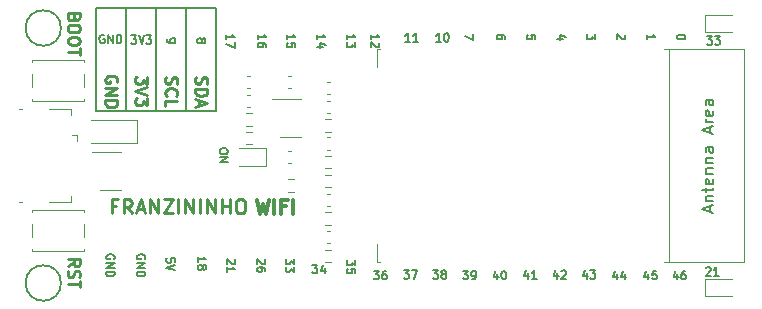
<source format=gto>
G04 #@! TF.GenerationSoftware,KiCad,Pcbnew,5.1.10-88a1d61d58~90~ubuntu21.04.1*
G04 #@! TF.CreationDate,2021-10-18T14:01:32-03:00*
G04 #@! TF.ProjectId,Franzininho WIFI,4672616e-7a69-46e6-996e-686f20574946,rev?*
G04 #@! TF.SameCoordinates,Original*
G04 #@! TF.FileFunction,Legend,Top*
G04 #@! TF.FilePolarity,Positive*
%FSLAX46Y46*%
G04 Gerber Fmt 4.6, Leading zero omitted, Abs format (unit mm)*
G04 Created by KiCad (PCBNEW 5.1.10-88a1d61d58~90~ubuntu21.04.1) date 2021-10-18 14:01:32*
%MOMM*%
%LPD*%
G01*
G04 APERTURE LIST*
%ADD10C,0.175000*%
%ADD11C,0.150000*%
%ADD12C,0.250000*%
%ADD13C,0.300000*%
%ADD14C,0.120000*%
G04 APERTURE END LIST*
D10*
X130250583Y-95217500D02*
X130183916Y-95184166D01*
X130083916Y-95184166D01*
X129983916Y-95217500D01*
X129917250Y-95284166D01*
X129883916Y-95350833D01*
X129850583Y-95484166D01*
X129850583Y-95584166D01*
X129883916Y-95717500D01*
X129917250Y-95784166D01*
X129983916Y-95850833D01*
X130083916Y-95884166D01*
X130150583Y-95884166D01*
X130250583Y-95850833D01*
X130283916Y-95817500D01*
X130283916Y-95584166D01*
X130150583Y-95584166D01*
X130583916Y-95884166D02*
X130583916Y-95184166D01*
X130983916Y-95884166D01*
X130983916Y-95184166D01*
X131317250Y-95884166D02*
X131317250Y-95184166D01*
X131483916Y-95184166D01*
X131583916Y-95217500D01*
X131650583Y-95284166D01*
X131683916Y-95350833D01*
X131717250Y-95484166D01*
X131717250Y-95584166D01*
X131683916Y-95717500D01*
X131650583Y-95784166D01*
X131583916Y-95850833D01*
X131483916Y-95884166D01*
X131317250Y-95884166D01*
X132547750Y-95247666D02*
X132981083Y-95247666D01*
X132747750Y-95514333D01*
X132847750Y-95514333D01*
X132914416Y-95547666D01*
X132947750Y-95581000D01*
X132981083Y-95647666D01*
X132981083Y-95814333D01*
X132947750Y-95881000D01*
X132914416Y-95914333D01*
X132847750Y-95947666D01*
X132647750Y-95947666D01*
X132581083Y-95914333D01*
X132547750Y-95881000D01*
X133181083Y-95247666D02*
X133414416Y-95947666D01*
X133647750Y-95247666D01*
X133814416Y-95247666D02*
X134247750Y-95247666D01*
X134014416Y-95514333D01*
X134114416Y-95514333D01*
X134181083Y-95547666D01*
X134214416Y-95581000D01*
X134247750Y-95647666D01*
X134247750Y-95814333D01*
X134214416Y-95881000D01*
X134181083Y-95914333D01*
X134114416Y-95947666D01*
X133914416Y-95947666D01*
X133847750Y-95914333D01*
X133814416Y-95881000D01*
D11*
X181297333Y-95311166D02*
X181730666Y-95311166D01*
X181497333Y-95577833D01*
X181597333Y-95577833D01*
X181664000Y-95611166D01*
X181697333Y-95644500D01*
X181730666Y-95711166D01*
X181730666Y-95877833D01*
X181697333Y-95944500D01*
X181664000Y-95977833D01*
X181597333Y-96011166D01*
X181397333Y-96011166D01*
X181330666Y-95977833D01*
X181297333Y-95944500D01*
X181964000Y-95311166D02*
X182397333Y-95311166D01*
X182164000Y-95577833D01*
X182264000Y-95577833D01*
X182330666Y-95611166D01*
X182364000Y-95644500D01*
X182397333Y-95711166D01*
X182397333Y-95877833D01*
X182364000Y-95944500D01*
X182330666Y-95977833D01*
X182264000Y-96011166D01*
X182064000Y-96011166D01*
X181997333Y-95977833D01*
X181964000Y-95944500D01*
X181203666Y-114935833D02*
X181237000Y-114902500D01*
X181303666Y-114869166D01*
X181470333Y-114869166D01*
X181537000Y-114902500D01*
X181570333Y-114935833D01*
X181603666Y-115002500D01*
X181603666Y-115069166D01*
X181570333Y-115169166D01*
X181170333Y-115569166D01*
X181603666Y-115569166D01*
X182270333Y-115569166D02*
X181870333Y-115569166D01*
X182070333Y-115569166D02*
X182070333Y-114869166D01*
X182003666Y-114969166D01*
X181937000Y-115035833D01*
X181870333Y-115069166D01*
X140718333Y-104976666D02*
X140718333Y-105110000D01*
X140685000Y-105176666D01*
X140618333Y-105243333D01*
X140485000Y-105276666D01*
X140251666Y-105276666D01*
X140118333Y-105243333D01*
X140051666Y-105176666D01*
X140018333Y-105110000D01*
X140018333Y-104976666D01*
X140051666Y-104910000D01*
X140118333Y-104843333D01*
X140251666Y-104810000D01*
X140485000Y-104810000D01*
X140618333Y-104843333D01*
X140685000Y-104910000D01*
X140718333Y-104976666D01*
X140018333Y-105576666D02*
X140718333Y-105576666D01*
X140018333Y-105976666D01*
X140718333Y-105976666D01*
D12*
X127706428Y-93706785D02*
X127658809Y-93849642D01*
X127611190Y-93897261D01*
X127515952Y-93944880D01*
X127373095Y-93944880D01*
X127277857Y-93897261D01*
X127230238Y-93849642D01*
X127182619Y-93754404D01*
X127182619Y-93373452D01*
X128182619Y-93373452D01*
X128182619Y-93706785D01*
X128135000Y-93802023D01*
X128087380Y-93849642D01*
X127992142Y-93897261D01*
X127896904Y-93897261D01*
X127801666Y-93849642D01*
X127754047Y-93802023D01*
X127706428Y-93706785D01*
X127706428Y-93373452D01*
X128182619Y-94563928D02*
X128182619Y-94754404D01*
X128135000Y-94849642D01*
X128039761Y-94944880D01*
X127849285Y-94992500D01*
X127515952Y-94992500D01*
X127325476Y-94944880D01*
X127230238Y-94849642D01*
X127182619Y-94754404D01*
X127182619Y-94563928D01*
X127230238Y-94468690D01*
X127325476Y-94373452D01*
X127515952Y-94325833D01*
X127849285Y-94325833D01*
X128039761Y-94373452D01*
X128135000Y-94468690D01*
X128182619Y-94563928D01*
X128182619Y-95611547D02*
X128182619Y-95802023D01*
X128135000Y-95897261D01*
X128039761Y-95992500D01*
X127849285Y-96040119D01*
X127515952Y-96040119D01*
X127325476Y-95992500D01*
X127230238Y-95897261D01*
X127182619Y-95802023D01*
X127182619Y-95611547D01*
X127230238Y-95516309D01*
X127325476Y-95421071D01*
X127515952Y-95373452D01*
X127849285Y-95373452D01*
X128039761Y-95421071D01*
X128135000Y-95516309D01*
X128182619Y-95611547D01*
X128182619Y-96325833D02*
X128182619Y-96897261D01*
X127182619Y-96611547D02*
X128182619Y-96611547D01*
D11*
X137160000Y-98425000D02*
X137160000Y-101600000D01*
X134620000Y-98425000D02*
X134620000Y-101600000D01*
X132080000Y-98485000D02*
X132080000Y-101600000D01*
X129540000Y-92900500D02*
X139700000Y-92900500D01*
X129540000Y-101600000D02*
X129540000Y-92900500D01*
X139700000Y-101600000D02*
X129540000Y-101600000D01*
X139700000Y-98425000D02*
X139700000Y-101600000D01*
D10*
X133700000Y-114173750D02*
X133733333Y-114107083D01*
X133733333Y-114007083D01*
X133700000Y-113907083D01*
X133633333Y-113840416D01*
X133566666Y-113807083D01*
X133433333Y-113773750D01*
X133333333Y-113773750D01*
X133200000Y-113807083D01*
X133133333Y-113840416D01*
X133066666Y-113907083D01*
X133033333Y-114007083D01*
X133033333Y-114073750D01*
X133066666Y-114173750D01*
X133100000Y-114207083D01*
X133333333Y-114207083D01*
X133333333Y-114073750D01*
X133033333Y-114507083D02*
X133733333Y-114507083D01*
X133033333Y-114907083D01*
X133733333Y-114907083D01*
X133033333Y-115240416D02*
X133733333Y-115240416D01*
X133733333Y-115407083D01*
X133700000Y-115507083D01*
X133633333Y-115573750D01*
X133566666Y-115607083D01*
X133433333Y-115640416D01*
X133333333Y-115640416D01*
X133200000Y-115607083D01*
X133133333Y-115573750D01*
X133066666Y-115507083D01*
X133033333Y-115407083D01*
X133033333Y-115240416D01*
D12*
X138025238Y-98777976D02*
X137977619Y-98920833D01*
X137977619Y-99158928D01*
X138025238Y-99254166D01*
X138072857Y-99301785D01*
X138168095Y-99349404D01*
X138263333Y-99349404D01*
X138358571Y-99301785D01*
X138406190Y-99254166D01*
X138453809Y-99158928D01*
X138501428Y-98968452D01*
X138549047Y-98873214D01*
X138596666Y-98825595D01*
X138691904Y-98777976D01*
X138787142Y-98777976D01*
X138882380Y-98825595D01*
X138930000Y-98873214D01*
X138977619Y-98968452D01*
X138977619Y-99206547D01*
X138930000Y-99349404D01*
X137977619Y-99777976D02*
X138977619Y-99777976D01*
X138977619Y-100016071D01*
X138930000Y-100158928D01*
X138834761Y-100254166D01*
X138739523Y-100301785D01*
X138549047Y-100349404D01*
X138406190Y-100349404D01*
X138215714Y-100301785D01*
X138120476Y-100254166D01*
X138025238Y-100158928D01*
X137977619Y-100016071D01*
X137977619Y-99777976D01*
X138263333Y-100730357D02*
X138263333Y-101206547D01*
X137977619Y-100635119D02*
X138977619Y-100968452D01*
X137977619Y-101301785D01*
X135485238Y-98777976D02*
X135437619Y-98920833D01*
X135437619Y-99158928D01*
X135485238Y-99254166D01*
X135532857Y-99301785D01*
X135628095Y-99349404D01*
X135723333Y-99349404D01*
X135818571Y-99301785D01*
X135866190Y-99254166D01*
X135913809Y-99158928D01*
X135961428Y-98968452D01*
X136009047Y-98873214D01*
X136056666Y-98825595D01*
X136151904Y-98777976D01*
X136247142Y-98777976D01*
X136342380Y-98825595D01*
X136390000Y-98873214D01*
X136437619Y-98968452D01*
X136437619Y-99206547D01*
X136390000Y-99349404D01*
X135532857Y-100349404D02*
X135485238Y-100301785D01*
X135437619Y-100158928D01*
X135437619Y-100063690D01*
X135485238Y-99920833D01*
X135580476Y-99825595D01*
X135675714Y-99777976D01*
X135866190Y-99730357D01*
X136009047Y-99730357D01*
X136199523Y-99777976D01*
X136294761Y-99825595D01*
X136390000Y-99920833D01*
X136437619Y-100063690D01*
X136437619Y-100158928D01*
X136390000Y-100301785D01*
X136342380Y-100349404D01*
X135437619Y-101254166D02*
X135437619Y-100777976D01*
X136437619Y-100777976D01*
D11*
X137160000Y-92900500D02*
X137160000Y-98425000D01*
X134620000Y-92900500D02*
X134620000Y-98425000D01*
X132080000Y-92900500D02*
X132080000Y-98485000D01*
X139700000Y-92900500D02*
X139700000Y-98425000D01*
X126595000Y-116205000D02*
G75*
G03*
X126595000Y-116205000I-1500000J0D01*
G01*
X126595000Y-94615000D02*
G75*
G03*
X126595000Y-94615000I-1500000J0D01*
G01*
D12*
X127182619Y-114772738D02*
X127658809Y-114439404D01*
X127182619Y-114201309D02*
X128182619Y-114201309D01*
X128182619Y-114582261D01*
X128135000Y-114677500D01*
X128087380Y-114725119D01*
X127992142Y-114772738D01*
X127849285Y-114772738D01*
X127754047Y-114725119D01*
X127706428Y-114677500D01*
X127658809Y-114582261D01*
X127658809Y-114201309D01*
X127230238Y-115153690D02*
X127182619Y-115296547D01*
X127182619Y-115534642D01*
X127230238Y-115629880D01*
X127277857Y-115677500D01*
X127373095Y-115725119D01*
X127468333Y-115725119D01*
X127563571Y-115677500D01*
X127611190Y-115629880D01*
X127658809Y-115534642D01*
X127706428Y-115344166D01*
X127754047Y-115248928D01*
X127801666Y-115201309D01*
X127896904Y-115153690D01*
X127992142Y-115153690D01*
X128087380Y-115201309D01*
X128135000Y-115248928D01*
X128182619Y-115344166D01*
X128182619Y-115582261D01*
X128135000Y-115725119D01*
X128182619Y-116010833D02*
X128182619Y-116582261D01*
X127182619Y-116296547D02*
X128182619Y-116296547D01*
D10*
X136209833Y-114435583D02*
X136209833Y-114102250D01*
X135876500Y-114068916D01*
X135909833Y-114102250D01*
X135943166Y-114168916D01*
X135943166Y-114335583D01*
X135909833Y-114402250D01*
X135876500Y-114435583D01*
X135809833Y-114468916D01*
X135643166Y-114468916D01*
X135576500Y-114435583D01*
X135543166Y-114402250D01*
X135509833Y-114335583D01*
X135509833Y-114168916D01*
X135543166Y-114102250D01*
X135576500Y-114068916D01*
X136209833Y-114668916D02*
X135509833Y-114902250D01*
X136209833Y-115135583D01*
X131096500Y-114173750D02*
X131129833Y-114107083D01*
X131129833Y-114007083D01*
X131096500Y-113907083D01*
X131029833Y-113840416D01*
X130963166Y-113807083D01*
X130829833Y-113773750D01*
X130729833Y-113773750D01*
X130596500Y-113807083D01*
X130529833Y-113840416D01*
X130463166Y-113907083D01*
X130429833Y-114007083D01*
X130429833Y-114073750D01*
X130463166Y-114173750D01*
X130496500Y-114207083D01*
X130729833Y-114207083D01*
X130729833Y-114073750D01*
X130429833Y-114507083D02*
X131129833Y-114507083D01*
X130429833Y-114907083D01*
X131129833Y-114907083D01*
X130429833Y-115240416D02*
X131129833Y-115240416D01*
X131129833Y-115407083D01*
X131096500Y-115507083D01*
X131029833Y-115573750D01*
X130963166Y-115607083D01*
X130829833Y-115640416D01*
X130729833Y-115640416D01*
X130596500Y-115607083D01*
X130529833Y-115573750D01*
X130463166Y-115507083D01*
X130429833Y-115407083D01*
X130429833Y-115240416D01*
X138176833Y-114402250D02*
X138176833Y-114002250D01*
X138176833Y-114202250D02*
X138876833Y-114202250D01*
X138776833Y-114135583D01*
X138710166Y-114068916D01*
X138676833Y-114002250D01*
X138576833Y-114802250D02*
X138610166Y-114735583D01*
X138643500Y-114702250D01*
X138710166Y-114668916D01*
X138743500Y-114668916D01*
X138810166Y-114702250D01*
X138843500Y-114735583D01*
X138876833Y-114802250D01*
X138876833Y-114935583D01*
X138843500Y-115002250D01*
X138810166Y-115035583D01*
X138743500Y-115068916D01*
X138710166Y-115068916D01*
X138643500Y-115035583D01*
X138610166Y-115002250D01*
X138576833Y-114935583D01*
X138576833Y-114802250D01*
X138543500Y-114735583D01*
X138510166Y-114702250D01*
X138443500Y-114668916D01*
X138310166Y-114668916D01*
X138243500Y-114702250D01*
X138210166Y-114735583D01*
X138176833Y-114802250D01*
X138176833Y-114935583D01*
X138210166Y-115002250D01*
X138243500Y-115035583D01*
X138310166Y-115068916D01*
X138443500Y-115068916D01*
X138510166Y-115035583D01*
X138543500Y-115002250D01*
X138576833Y-114935583D01*
X141286666Y-114192750D02*
X141320000Y-114226083D01*
X141353333Y-114292750D01*
X141353333Y-114459416D01*
X141320000Y-114526083D01*
X141286666Y-114559416D01*
X141220000Y-114592750D01*
X141153333Y-114592750D01*
X141053333Y-114559416D01*
X140653333Y-114159416D01*
X140653333Y-114592750D01*
X140653333Y-115259416D02*
X140653333Y-114859416D01*
X140653333Y-115059416D02*
X141353333Y-115059416D01*
X141253333Y-114992750D01*
X141186666Y-114926083D01*
X141153333Y-114859416D01*
X143826666Y-114192750D02*
X143860000Y-114226083D01*
X143893333Y-114292750D01*
X143893333Y-114459416D01*
X143860000Y-114526083D01*
X143826666Y-114559416D01*
X143760000Y-114592750D01*
X143693333Y-114592750D01*
X143593333Y-114559416D01*
X143193333Y-114159416D01*
X143193333Y-114592750D01*
X143893333Y-115192750D02*
X143893333Y-115059416D01*
X143860000Y-114992750D01*
X143826666Y-114959416D01*
X143726666Y-114892750D01*
X143593333Y-114859416D01*
X143326666Y-114859416D01*
X143260000Y-114892750D01*
X143226666Y-114926083D01*
X143193333Y-114992750D01*
X143193333Y-115126083D01*
X143226666Y-115192750D01*
X143260000Y-115226083D01*
X143326666Y-115259416D01*
X143493333Y-115259416D01*
X143560000Y-115226083D01*
X143593333Y-115192750D01*
X143626666Y-115126083D01*
X143626666Y-114992750D01*
X143593333Y-114926083D01*
X143560000Y-114892750D01*
X143493333Y-114859416D01*
X146306333Y-114159416D02*
X146306333Y-114592750D01*
X146039666Y-114359416D01*
X146039666Y-114459416D01*
X146006333Y-114526083D01*
X145973000Y-114559416D01*
X145906333Y-114592750D01*
X145739666Y-114592750D01*
X145673000Y-114559416D01*
X145639666Y-114526083D01*
X145606333Y-114459416D01*
X145606333Y-114259416D01*
X145639666Y-114192750D01*
X145673000Y-114159416D01*
X146306333Y-114826083D02*
X146306333Y-115259416D01*
X146039666Y-115026083D01*
X146039666Y-115126083D01*
X146006333Y-115192750D01*
X145973000Y-115226083D01*
X145906333Y-115259416D01*
X145739666Y-115259416D01*
X145673000Y-115226083D01*
X145639666Y-115192750D01*
X145606333Y-115126083D01*
X145606333Y-114926083D01*
X145639666Y-114859416D01*
X145673000Y-114826083D01*
X147877916Y-114678666D02*
X148311250Y-114678666D01*
X148077916Y-114945333D01*
X148177916Y-114945333D01*
X148244583Y-114978666D01*
X148277916Y-115012000D01*
X148311250Y-115078666D01*
X148311250Y-115245333D01*
X148277916Y-115312000D01*
X148244583Y-115345333D01*
X148177916Y-115378666D01*
X147977916Y-115378666D01*
X147911250Y-115345333D01*
X147877916Y-115312000D01*
X148911250Y-114912000D02*
X148911250Y-115378666D01*
X148744583Y-114645333D02*
X148577916Y-115145333D01*
X149011250Y-115145333D01*
X151513333Y-114286416D02*
X151513333Y-114719750D01*
X151246666Y-114486416D01*
X151246666Y-114586416D01*
X151213333Y-114653083D01*
X151180000Y-114686416D01*
X151113333Y-114719750D01*
X150946666Y-114719750D01*
X150880000Y-114686416D01*
X150846666Y-114653083D01*
X150813333Y-114586416D01*
X150813333Y-114386416D01*
X150846666Y-114319750D01*
X150880000Y-114286416D01*
X151513333Y-115353083D02*
X151513333Y-115019750D01*
X151180000Y-114986416D01*
X151213333Y-115019750D01*
X151246666Y-115086416D01*
X151246666Y-115253083D01*
X151213333Y-115319750D01*
X151180000Y-115353083D01*
X151113333Y-115386416D01*
X150946666Y-115386416D01*
X150880000Y-115353083D01*
X150846666Y-115319750D01*
X150813333Y-115253083D01*
X150813333Y-115086416D01*
X150846666Y-115019750D01*
X150880000Y-114986416D01*
X153084916Y-115186666D02*
X153518250Y-115186666D01*
X153284916Y-115453333D01*
X153384916Y-115453333D01*
X153451583Y-115486666D01*
X153484916Y-115520000D01*
X153518250Y-115586666D01*
X153518250Y-115753333D01*
X153484916Y-115820000D01*
X153451583Y-115853333D01*
X153384916Y-115886666D01*
X153184916Y-115886666D01*
X153118250Y-115853333D01*
X153084916Y-115820000D01*
X154118250Y-115186666D02*
X153984916Y-115186666D01*
X153918250Y-115220000D01*
X153884916Y-115253333D01*
X153818250Y-115353333D01*
X153784916Y-115486666D01*
X153784916Y-115753333D01*
X153818250Y-115820000D01*
X153851583Y-115853333D01*
X153918250Y-115886666D01*
X154051583Y-115886666D01*
X154118250Y-115853333D01*
X154151583Y-115820000D01*
X154184916Y-115753333D01*
X154184916Y-115586666D01*
X154151583Y-115520000D01*
X154118250Y-115486666D01*
X154051583Y-115453333D01*
X153918250Y-115453333D01*
X153851583Y-115486666D01*
X153818250Y-115520000D01*
X153784916Y-115586666D01*
X155624916Y-115123166D02*
X156058250Y-115123166D01*
X155824916Y-115389833D01*
X155924916Y-115389833D01*
X155991583Y-115423166D01*
X156024916Y-115456500D01*
X156058250Y-115523166D01*
X156058250Y-115689833D01*
X156024916Y-115756500D01*
X155991583Y-115789833D01*
X155924916Y-115823166D01*
X155724916Y-115823166D01*
X155658250Y-115789833D01*
X155624916Y-115756500D01*
X156291583Y-115123166D02*
X156758250Y-115123166D01*
X156458250Y-115823166D01*
X158101416Y-115123166D02*
X158534750Y-115123166D01*
X158301416Y-115389833D01*
X158401416Y-115389833D01*
X158468083Y-115423166D01*
X158501416Y-115456500D01*
X158534750Y-115523166D01*
X158534750Y-115689833D01*
X158501416Y-115756500D01*
X158468083Y-115789833D01*
X158401416Y-115823166D01*
X158201416Y-115823166D01*
X158134750Y-115789833D01*
X158101416Y-115756500D01*
X158934750Y-115423166D02*
X158868083Y-115389833D01*
X158834750Y-115356500D01*
X158801416Y-115289833D01*
X158801416Y-115256500D01*
X158834750Y-115189833D01*
X158868083Y-115156500D01*
X158934750Y-115123166D01*
X159068083Y-115123166D01*
X159134750Y-115156500D01*
X159168083Y-115189833D01*
X159201416Y-115256500D01*
X159201416Y-115289833D01*
X159168083Y-115356500D01*
X159134750Y-115389833D01*
X159068083Y-115423166D01*
X158934750Y-115423166D01*
X158868083Y-115456500D01*
X158834750Y-115489833D01*
X158801416Y-115556500D01*
X158801416Y-115689833D01*
X158834750Y-115756500D01*
X158868083Y-115789833D01*
X158934750Y-115823166D01*
X159068083Y-115823166D01*
X159134750Y-115789833D01*
X159168083Y-115756500D01*
X159201416Y-115689833D01*
X159201416Y-115556500D01*
X159168083Y-115489833D01*
X159134750Y-115456500D01*
X159068083Y-115423166D01*
X160641416Y-115186666D02*
X161074750Y-115186666D01*
X160841416Y-115453333D01*
X160941416Y-115453333D01*
X161008083Y-115486666D01*
X161041416Y-115520000D01*
X161074750Y-115586666D01*
X161074750Y-115753333D01*
X161041416Y-115820000D01*
X161008083Y-115853333D01*
X160941416Y-115886666D01*
X160741416Y-115886666D01*
X160674750Y-115853333D01*
X160641416Y-115820000D01*
X161408083Y-115886666D02*
X161541416Y-115886666D01*
X161608083Y-115853333D01*
X161641416Y-115820000D01*
X161708083Y-115720000D01*
X161741416Y-115586666D01*
X161741416Y-115320000D01*
X161708083Y-115253333D01*
X161674750Y-115220000D01*
X161608083Y-115186666D01*
X161474750Y-115186666D01*
X161408083Y-115220000D01*
X161374750Y-115253333D01*
X161341416Y-115320000D01*
X161341416Y-115486666D01*
X161374750Y-115553333D01*
X161408083Y-115586666D01*
X161474750Y-115620000D01*
X161608083Y-115620000D01*
X161674750Y-115586666D01*
X161708083Y-115553333D01*
X161741416Y-115486666D01*
X163548083Y-115420000D02*
X163548083Y-115886666D01*
X163381416Y-115153333D02*
X163214750Y-115653333D01*
X163648083Y-115653333D01*
X164048083Y-115186666D02*
X164114750Y-115186666D01*
X164181416Y-115220000D01*
X164214750Y-115253333D01*
X164248083Y-115320000D01*
X164281416Y-115453333D01*
X164281416Y-115620000D01*
X164248083Y-115753333D01*
X164214750Y-115820000D01*
X164181416Y-115853333D01*
X164114750Y-115886666D01*
X164048083Y-115886666D01*
X163981416Y-115853333D01*
X163948083Y-115820000D01*
X163914750Y-115753333D01*
X163881416Y-115620000D01*
X163881416Y-115453333D01*
X163914750Y-115320000D01*
X163948083Y-115253333D01*
X163981416Y-115220000D01*
X164048083Y-115186666D01*
X166151583Y-115356500D02*
X166151583Y-115823166D01*
X165984916Y-115089833D02*
X165818250Y-115589833D01*
X166251583Y-115589833D01*
X166884916Y-115823166D02*
X166484916Y-115823166D01*
X166684916Y-115823166D02*
X166684916Y-115123166D01*
X166618250Y-115223166D01*
X166551583Y-115289833D01*
X166484916Y-115323166D01*
X168628083Y-115356500D02*
X168628083Y-115823166D01*
X168461416Y-115089833D02*
X168294750Y-115589833D01*
X168728083Y-115589833D01*
X168961416Y-115189833D02*
X168994750Y-115156500D01*
X169061416Y-115123166D01*
X169228083Y-115123166D01*
X169294750Y-115156500D01*
X169328083Y-115189833D01*
X169361416Y-115256500D01*
X169361416Y-115323166D01*
X169328083Y-115423166D01*
X168928083Y-115823166D01*
X169361416Y-115823166D01*
X171104583Y-115356500D02*
X171104583Y-115823166D01*
X170937916Y-115089833D02*
X170771250Y-115589833D01*
X171204583Y-115589833D01*
X171404583Y-115123166D02*
X171837916Y-115123166D01*
X171604583Y-115389833D01*
X171704583Y-115389833D01*
X171771250Y-115423166D01*
X171804583Y-115456500D01*
X171837916Y-115523166D01*
X171837916Y-115689833D01*
X171804583Y-115756500D01*
X171771250Y-115789833D01*
X171704583Y-115823166D01*
X171504583Y-115823166D01*
X171437916Y-115789833D01*
X171404583Y-115756500D01*
X173644583Y-115420000D02*
X173644583Y-115886666D01*
X173477916Y-115153333D02*
X173311250Y-115653333D01*
X173744583Y-115653333D01*
X174311250Y-115420000D02*
X174311250Y-115886666D01*
X174144583Y-115153333D02*
X173977916Y-115653333D01*
X174411250Y-115653333D01*
X176311583Y-115420000D02*
X176311583Y-115886666D01*
X176144916Y-115153333D02*
X175978250Y-115653333D01*
X176411583Y-115653333D01*
X177011583Y-115186666D02*
X176678250Y-115186666D01*
X176644916Y-115520000D01*
X176678250Y-115486666D01*
X176744916Y-115453333D01*
X176911583Y-115453333D01*
X176978250Y-115486666D01*
X177011583Y-115520000D01*
X177044916Y-115586666D01*
X177044916Y-115753333D01*
X177011583Y-115820000D01*
X176978250Y-115853333D01*
X176911583Y-115886666D01*
X176744916Y-115886666D01*
X176678250Y-115853333D01*
X176644916Y-115820000D01*
X178788083Y-115420000D02*
X178788083Y-115886666D01*
X178621416Y-115153333D02*
X178454750Y-115653333D01*
X178888083Y-115653333D01*
X179454750Y-115186666D02*
X179321416Y-115186666D01*
X179254750Y-115220000D01*
X179221416Y-115253333D01*
X179154750Y-115353333D01*
X179121416Y-115486666D01*
X179121416Y-115753333D01*
X179154750Y-115820000D01*
X179188083Y-115853333D01*
X179254750Y-115886666D01*
X179388083Y-115886666D01*
X179454750Y-115853333D01*
X179488083Y-115820000D01*
X179521416Y-115753333D01*
X179521416Y-115586666D01*
X179488083Y-115520000D01*
X179454750Y-115486666D01*
X179388083Y-115453333D01*
X179254750Y-115453333D01*
X179188083Y-115486666D01*
X179154750Y-115520000D01*
X179121416Y-115586666D01*
D12*
X133897619Y-98730357D02*
X133897619Y-99349404D01*
X133516666Y-99016071D01*
X133516666Y-99158928D01*
X133469047Y-99254166D01*
X133421428Y-99301785D01*
X133326190Y-99349404D01*
X133088095Y-99349404D01*
X132992857Y-99301785D01*
X132945238Y-99254166D01*
X132897619Y-99158928D01*
X132897619Y-98873214D01*
X132945238Y-98777976D01*
X132992857Y-98730357D01*
X133897619Y-99635119D02*
X132897619Y-99968452D01*
X133897619Y-100301785D01*
X133897619Y-100539880D02*
X133897619Y-101158928D01*
X133516666Y-100825595D01*
X133516666Y-100968452D01*
X133469047Y-101063690D01*
X133421428Y-101111309D01*
X133326190Y-101158928D01*
X133088095Y-101158928D01*
X132992857Y-101111309D01*
X132945238Y-101063690D01*
X132897619Y-100968452D01*
X132897619Y-100682738D01*
X132945238Y-100587500D01*
X132992857Y-100539880D01*
X131310000Y-99222404D02*
X131357619Y-99127166D01*
X131357619Y-98984309D01*
X131310000Y-98841452D01*
X131214761Y-98746214D01*
X131119523Y-98698595D01*
X130929047Y-98650976D01*
X130786190Y-98650976D01*
X130595714Y-98698595D01*
X130500476Y-98746214D01*
X130405238Y-98841452D01*
X130357619Y-98984309D01*
X130357619Y-99079547D01*
X130405238Y-99222404D01*
X130452857Y-99270023D01*
X130786190Y-99270023D01*
X130786190Y-99079547D01*
X130357619Y-99698595D02*
X131357619Y-99698595D01*
X130357619Y-100270023D01*
X131357619Y-100270023D01*
X130357619Y-100746214D02*
X131357619Y-100746214D01*
X131357619Y-100984309D01*
X131310000Y-101127166D01*
X131214761Y-101222404D01*
X131119523Y-101270023D01*
X130929047Y-101317642D01*
X130786190Y-101317642D01*
X130595714Y-101270023D01*
X130500476Y-101222404D01*
X130405238Y-101127166D01*
X130357619Y-100984309D01*
X130357619Y-100746214D01*
D10*
X140589833Y-95579583D02*
X140589833Y-95179583D01*
X140589833Y-95379583D02*
X141289833Y-95379583D01*
X141189833Y-95312916D01*
X141123166Y-95246250D01*
X141089833Y-95179583D01*
X141289833Y-95812916D02*
X141289833Y-96279583D01*
X140589833Y-95979583D01*
X143256833Y-95579583D02*
X143256833Y-95179583D01*
X143256833Y-95379583D02*
X143956833Y-95379583D01*
X143856833Y-95312916D01*
X143790166Y-95246250D01*
X143756833Y-95179583D01*
X143956833Y-96179583D02*
X143956833Y-96046250D01*
X143923500Y-95979583D01*
X143890166Y-95946250D01*
X143790166Y-95879583D01*
X143656833Y-95846250D01*
X143390166Y-95846250D01*
X143323500Y-95879583D01*
X143290166Y-95912916D01*
X143256833Y-95979583D01*
X143256833Y-96112916D01*
X143290166Y-96179583D01*
X143323500Y-96212916D01*
X143390166Y-96246250D01*
X143556833Y-96246250D01*
X143623500Y-96212916D01*
X143656833Y-96179583D01*
X143690166Y-96112916D01*
X143690166Y-95979583D01*
X143656833Y-95912916D01*
X143623500Y-95879583D01*
X143556833Y-95846250D01*
X145733333Y-95579583D02*
X145733333Y-95179583D01*
X145733333Y-95379583D02*
X146433333Y-95379583D01*
X146333333Y-95312916D01*
X146266666Y-95246250D01*
X146233333Y-95179583D01*
X146433333Y-96212916D02*
X146433333Y-95879583D01*
X146100000Y-95846250D01*
X146133333Y-95879583D01*
X146166666Y-95946250D01*
X146166666Y-96112916D01*
X146133333Y-96179583D01*
X146100000Y-96212916D01*
X146033333Y-96246250D01*
X145866666Y-96246250D01*
X145800000Y-96212916D01*
X145766666Y-96179583D01*
X145733333Y-96112916D01*
X145733333Y-95946250D01*
X145766666Y-95879583D01*
X145800000Y-95846250D01*
X148273333Y-95579583D02*
X148273333Y-95179583D01*
X148273333Y-95379583D02*
X148973333Y-95379583D01*
X148873333Y-95312916D01*
X148806666Y-95246250D01*
X148773333Y-95179583D01*
X148740000Y-96179583D02*
X148273333Y-96179583D01*
X149006666Y-96012916D02*
X148506666Y-95846250D01*
X148506666Y-96279583D01*
X150813333Y-95579583D02*
X150813333Y-95179583D01*
X150813333Y-95379583D02*
X151513333Y-95379583D01*
X151413333Y-95312916D01*
X151346666Y-95246250D01*
X151313333Y-95179583D01*
X151513333Y-95812916D02*
X151513333Y-96246250D01*
X151246666Y-96012916D01*
X151246666Y-96112916D01*
X151213333Y-96179583D01*
X151180000Y-96212916D01*
X151113333Y-96246250D01*
X150946666Y-96246250D01*
X150880000Y-96212916D01*
X150846666Y-96179583D01*
X150813333Y-96112916D01*
X150813333Y-95912916D01*
X150846666Y-95846250D01*
X150880000Y-95812916D01*
X152845333Y-95579583D02*
X152845333Y-95179583D01*
X152845333Y-95379583D02*
X153545333Y-95379583D01*
X153445333Y-95312916D01*
X153378666Y-95246250D01*
X153345333Y-95179583D01*
X153478666Y-95846250D02*
X153512000Y-95879583D01*
X153545333Y-95946250D01*
X153545333Y-96112916D01*
X153512000Y-96179583D01*
X153478666Y-96212916D01*
X153412000Y-96246250D01*
X153345333Y-96246250D01*
X153245333Y-96212916D01*
X152845333Y-95812916D01*
X152845333Y-96246250D01*
X156158583Y-95757166D02*
X155758583Y-95757166D01*
X155958583Y-95757166D02*
X155958583Y-95057166D01*
X155891916Y-95157166D01*
X155825250Y-95223833D01*
X155758583Y-95257166D01*
X156825250Y-95757166D02*
X156425250Y-95757166D01*
X156625250Y-95757166D02*
X156625250Y-95057166D01*
X156558583Y-95157166D01*
X156491916Y-95223833D01*
X156425250Y-95257166D01*
X158762083Y-95757166D02*
X158362083Y-95757166D01*
X158562083Y-95757166D02*
X158562083Y-95057166D01*
X158495416Y-95157166D01*
X158428750Y-95223833D01*
X158362083Y-95257166D01*
X159195416Y-95057166D02*
X159262083Y-95057166D01*
X159328750Y-95090500D01*
X159362083Y-95123833D01*
X159395416Y-95190500D01*
X159428750Y-95323833D01*
X159428750Y-95490500D01*
X159395416Y-95623833D01*
X159362083Y-95690500D01*
X159328750Y-95723833D01*
X159262083Y-95757166D01*
X159195416Y-95757166D01*
X159128750Y-95723833D01*
X159095416Y-95690500D01*
X159062083Y-95623833D01*
X159028750Y-95490500D01*
X159028750Y-95323833D01*
X159062083Y-95190500D01*
X159095416Y-95123833D01*
X159128750Y-95090500D01*
X159195416Y-95057166D01*
X135573333Y-95563750D02*
X135573333Y-95697083D01*
X135606666Y-95763750D01*
X135640000Y-95797083D01*
X135740000Y-95863750D01*
X135873333Y-95897083D01*
X136140000Y-95897083D01*
X136206666Y-95863750D01*
X136240000Y-95830416D01*
X136273333Y-95763750D01*
X136273333Y-95630416D01*
X136240000Y-95563750D01*
X136206666Y-95530416D01*
X136140000Y-95497083D01*
X135973333Y-95497083D01*
X135906666Y-95530416D01*
X135873333Y-95563750D01*
X135840000Y-95630416D01*
X135840000Y-95763750D01*
X135873333Y-95830416D01*
X135906666Y-95863750D01*
X135973333Y-95897083D01*
X138513333Y-95630416D02*
X138546666Y-95563750D01*
X138580000Y-95530416D01*
X138646666Y-95497083D01*
X138680000Y-95497083D01*
X138746666Y-95530416D01*
X138780000Y-95563750D01*
X138813333Y-95630416D01*
X138813333Y-95763750D01*
X138780000Y-95830416D01*
X138746666Y-95863750D01*
X138680000Y-95897083D01*
X138646666Y-95897083D01*
X138580000Y-95863750D01*
X138546666Y-95830416D01*
X138513333Y-95763750D01*
X138513333Y-95630416D01*
X138480000Y-95563750D01*
X138446666Y-95530416D01*
X138380000Y-95497083D01*
X138246666Y-95497083D01*
X138180000Y-95530416D01*
X138146666Y-95563750D01*
X138113333Y-95630416D01*
X138113333Y-95763750D01*
X138146666Y-95830416D01*
X138180000Y-95863750D01*
X138246666Y-95897083D01*
X138380000Y-95897083D01*
X138446666Y-95863750D01*
X138480000Y-95830416D01*
X138513333Y-95763750D01*
X161482833Y-95146250D02*
X161482833Y-95612916D01*
X160782833Y-95312916D01*
X164213333Y-95512916D02*
X164213333Y-95379583D01*
X164180000Y-95312916D01*
X164146666Y-95279583D01*
X164046666Y-95212916D01*
X163913333Y-95179583D01*
X163646666Y-95179583D01*
X163580000Y-95212916D01*
X163546666Y-95246250D01*
X163513333Y-95312916D01*
X163513333Y-95446250D01*
X163546666Y-95512916D01*
X163580000Y-95546250D01*
X163646666Y-95579583D01*
X163813333Y-95579583D01*
X163880000Y-95546250D01*
X163913333Y-95512916D01*
X163946666Y-95446250D01*
X163946666Y-95312916D01*
X163913333Y-95246250D01*
X163880000Y-95212916D01*
X163813333Y-95179583D01*
X166753333Y-95546250D02*
X166753333Y-95212916D01*
X166420000Y-95179583D01*
X166453333Y-95212916D01*
X166486666Y-95279583D01*
X166486666Y-95446250D01*
X166453333Y-95512916D01*
X166420000Y-95546250D01*
X166353333Y-95579583D01*
X166186666Y-95579583D01*
X166120000Y-95546250D01*
X166086666Y-95512916D01*
X166053333Y-95446250D01*
X166053333Y-95279583D01*
X166086666Y-95212916D01*
X166120000Y-95179583D01*
X169060000Y-95512916D02*
X168593333Y-95512916D01*
X169326666Y-95346250D02*
X168826666Y-95179583D01*
X168826666Y-95612916D01*
X171833333Y-95146250D02*
X171833333Y-95579583D01*
X171566666Y-95346250D01*
X171566666Y-95446250D01*
X171533333Y-95512916D01*
X171500000Y-95546250D01*
X171433333Y-95579583D01*
X171266666Y-95579583D01*
X171200000Y-95546250D01*
X171166666Y-95512916D01*
X171133333Y-95446250D01*
X171133333Y-95246250D01*
X171166666Y-95179583D01*
X171200000Y-95146250D01*
X174306666Y-95179583D02*
X174340000Y-95212916D01*
X174373333Y-95279583D01*
X174373333Y-95446250D01*
X174340000Y-95512916D01*
X174306666Y-95546250D01*
X174240000Y-95579583D01*
X174173333Y-95579583D01*
X174073333Y-95546250D01*
X173673333Y-95146250D01*
X173673333Y-95579583D01*
X176213333Y-95579583D02*
X176213333Y-95179583D01*
X176213333Y-95379583D02*
X176913333Y-95379583D01*
X176813333Y-95312916D01*
X176746666Y-95246250D01*
X176713333Y-95179583D01*
X179453333Y-95346250D02*
X179453333Y-95412916D01*
X179420000Y-95479583D01*
X179386666Y-95512916D01*
X179320000Y-95546250D01*
X179186666Y-95579583D01*
X179020000Y-95579583D01*
X178886666Y-95546250D01*
X178820000Y-95512916D01*
X178786666Y-95479583D01*
X178753333Y-95412916D01*
X178753333Y-95346250D01*
X178786666Y-95279583D01*
X178820000Y-95246250D01*
X178886666Y-95212916D01*
X179020000Y-95179583D01*
X179186666Y-95179583D01*
X179320000Y-95212916D01*
X179386666Y-95246250D01*
X179420000Y-95279583D01*
X179453333Y-95346250D01*
D13*
X143180000Y-109134357D02*
X143465714Y-110334357D01*
X143694285Y-109477214D01*
X143922857Y-110334357D01*
X144208571Y-109134357D01*
X144665714Y-110334357D02*
X144665714Y-109134357D01*
X145637142Y-109705785D02*
X145237142Y-109705785D01*
X145237142Y-110334357D02*
X145237142Y-109134357D01*
X145808571Y-109134357D01*
X146265714Y-110334357D02*
X146265714Y-109134357D01*
D12*
X131277214Y-109677285D02*
X130877214Y-109677285D01*
X130877214Y-110305857D02*
X130877214Y-109105857D01*
X131448642Y-109105857D01*
X132591500Y-110305857D02*
X132191500Y-109734428D01*
X131905785Y-110305857D02*
X131905785Y-109105857D01*
X132362928Y-109105857D01*
X132477214Y-109163000D01*
X132534357Y-109220142D01*
X132591500Y-109334428D01*
X132591500Y-109505857D01*
X132534357Y-109620142D01*
X132477214Y-109677285D01*
X132362928Y-109734428D01*
X131905785Y-109734428D01*
X133048642Y-109963000D02*
X133620071Y-109963000D01*
X132934357Y-110305857D02*
X133334357Y-109105857D01*
X133734357Y-110305857D01*
X134134357Y-110305857D02*
X134134357Y-109105857D01*
X134820071Y-110305857D01*
X134820071Y-109105857D01*
X135277214Y-109105857D02*
X136077214Y-109105857D01*
X135277214Y-110305857D01*
X136077214Y-110305857D01*
X136534357Y-110305857D02*
X136534357Y-109105857D01*
X137105785Y-110305857D02*
X137105785Y-109105857D01*
X137791500Y-110305857D01*
X137791500Y-109105857D01*
X138362928Y-110305857D02*
X138362928Y-109105857D01*
X138934357Y-110305857D02*
X138934357Y-109105857D01*
X139620071Y-110305857D01*
X139620071Y-109105857D01*
X140191500Y-110305857D02*
X140191500Y-109105857D01*
X140191500Y-109677285D02*
X140877214Y-109677285D01*
X140877214Y-110305857D02*
X140877214Y-109105857D01*
X141677214Y-109105857D02*
X141905785Y-109105857D01*
X142020071Y-109163000D01*
X142134357Y-109277285D01*
X142191500Y-109505857D01*
X142191500Y-109905857D01*
X142134357Y-110134428D01*
X142020071Y-110248714D01*
X141905785Y-110305857D01*
X141677214Y-110305857D01*
X141562928Y-110248714D01*
X141448642Y-110134428D01*
X141391500Y-109905857D01*
X141391500Y-109505857D01*
X141448642Y-109277285D01*
X141562928Y-109163000D01*
X141677214Y-109105857D01*
D14*
X148987742Y-110221500D02*
X149462258Y-110221500D01*
X148987742Y-111266500D02*
X149462258Y-111266500D01*
X149084420Y-111821500D02*
X149365580Y-111821500D01*
X149084420Y-112841500D02*
X149365580Y-112841500D01*
X148987742Y-107046500D02*
X149462258Y-107046500D01*
X148987742Y-108091500D02*
X149462258Y-108091500D01*
X149462258Y-105459000D02*
X148987742Y-105459000D01*
X149462258Y-106504000D02*
X148987742Y-106504000D01*
X178085000Y-114410000D02*
X178085000Y-96410000D01*
X184385000Y-96410000D02*
X184385000Y-114410000D01*
X153635000Y-96410000D02*
X153385000Y-96410000D01*
X153385000Y-96410000D02*
X153385000Y-97910000D01*
X153635000Y-114410000D02*
X153385000Y-114410000D01*
X153385000Y-114410000D02*
X153385000Y-112910000D01*
X177635000Y-114410000D02*
X184385000Y-114410000D01*
X184385000Y-96410000D02*
X177635000Y-96410000D01*
X149084420Y-100772500D02*
X149365580Y-100772500D01*
X149084420Y-101792500D02*
X149365580Y-101792500D01*
X145150000Y-103845000D02*
X146950000Y-103845000D01*
X146950000Y-100625000D02*
X144500000Y-100625000D01*
X127429000Y-101510000D02*
X127429000Y-101960000D01*
X125579000Y-101510000D02*
X127429000Y-101510000D01*
X123029000Y-109310000D02*
X123279000Y-109310000D01*
X123029000Y-101510000D02*
X123279000Y-101510000D01*
X125579000Y-109310000D02*
X127429000Y-109310000D01*
X127429000Y-109310000D02*
X127429000Y-108860000D01*
X127979000Y-103710000D02*
X127979000Y-104160000D01*
X127979000Y-103710000D02*
X127529000Y-103710000D01*
X149084420Y-100205000D02*
X149365580Y-100205000D01*
X149084420Y-99185000D02*
X149365580Y-99185000D01*
X148987742Y-103392500D02*
X149462258Y-103392500D01*
X148987742Y-102347500D02*
X149462258Y-102347500D01*
X142634580Y-101284500D02*
X142353420Y-101284500D01*
X142634580Y-100264500D02*
X142353420Y-100264500D01*
X149084420Y-109666500D02*
X149365580Y-109666500D01*
X149084420Y-108646500D02*
X149365580Y-108646500D01*
X149084420Y-104904000D02*
X149365580Y-104904000D01*
X149084420Y-103884000D02*
X149365580Y-103884000D01*
X141694000Y-106272000D02*
X143979000Y-106272000D01*
X143979000Y-106272000D02*
X143979000Y-104802000D01*
X143979000Y-104802000D02*
X141694000Y-104802000D01*
X142731258Y-104472000D02*
X142256742Y-104472000D01*
X142731258Y-103427000D02*
X142256742Y-103427000D01*
X124165000Y-113340000D02*
X124165000Y-113460000D01*
X124165000Y-111190000D02*
X124165000Y-112330000D01*
X124165000Y-110060000D02*
X124165000Y-110180000D01*
X128565000Y-110060000D02*
X124165000Y-110060000D01*
X128565000Y-110180000D02*
X128565000Y-110060000D01*
X128565000Y-112330000D02*
X128565000Y-111190000D01*
X128565000Y-113460000D02*
X128565000Y-113340000D01*
X124165000Y-113460000D02*
X128565000Y-113460000D01*
X124165000Y-100760000D02*
X128565000Y-100760000D01*
X128565000Y-100760000D02*
X128565000Y-100640000D01*
X128565000Y-99630000D02*
X128565000Y-98490000D01*
X128565000Y-97480000D02*
X128565000Y-97360000D01*
X128565000Y-97360000D02*
X124165000Y-97360000D01*
X124165000Y-97360000D02*
X124165000Y-97480000D01*
X124165000Y-98490000D02*
X124165000Y-99630000D01*
X124165000Y-100640000D02*
X124165000Y-100760000D01*
X142634580Y-99697000D02*
X142353420Y-99697000D01*
X142634580Y-98677000D02*
X142353420Y-98677000D01*
X145782420Y-99697000D02*
X146063580Y-99697000D01*
X145782420Y-98677000D02*
X146063580Y-98677000D01*
X145782420Y-105027000D02*
X146063580Y-105027000D01*
X145782420Y-106047000D02*
X146063580Y-106047000D01*
X142256742Y-101839500D02*
X142731258Y-101839500D01*
X142256742Y-102884500D02*
X142731258Y-102884500D01*
X129910000Y-108290000D02*
X131710000Y-108290000D01*
X131710000Y-105070000D02*
X129260000Y-105070000D01*
X133010000Y-104378000D02*
X133010000Y-102378000D01*
X133010000Y-102378000D02*
X129160000Y-102378000D01*
X133010000Y-104378000D02*
X129160000Y-104378000D01*
X149462258Y-114441500D02*
X148987742Y-114441500D01*
X149462258Y-113396500D02*
X148987742Y-113396500D01*
X146287258Y-107427500D02*
X145812742Y-107427500D01*
X146287258Y-108472500D02*
X145812742Y-108472500D01*
X181141000Y-117321000D02*
X183426000Y-117321000D01*
X181141000Y-115851000D02*
X181141000Y-117321000D01*
X183426000Y-115851000D02*
X181141000Y-115851000D01*
X183426000Y-93499000D02*
X181141000Y-93499000D01*
X181141000Y-93499000D02*
X181141000Y-94969000D01*
X181141000Y-94969000D02*
X183426000Y-94969000D01*
D11*
X181551666Y-110171904D02*
X181551666Y-109695714D01*
X181837380Y-110267142D02*
X180837380Y-109933809D01*
X181837380Y-109600476D01*
X181170714Y-109267142D02*
X181837380Y-109267142D01*
X181265952Y-109267142D02*
X181218333Y-109219523D01*
X181170714Y-109124285D01*
X181170714Y-108981428D01*
X181218333Y-108886190D01*
X181313571Y-108838571D01*
X181837380Y-108838571D01*
X181170714Y-108505238D02*
X181170714Y-108124285D01*
X180837380Y-108362380D02*
X181694523Y-108362380D01*
X181789761Y-108314761D01*
X181837380Y-108219523D01*
X181837380Y-108124285D01*
X181789761Y-107410000D02*
X181837380Y-107505238D01*
X181837380Y-107695714D01*
X181789761Y-107790952D01*
X181694523Y-107838571D01*
X181313571Y-107838571D01*
X181218333Y-107790952D01*
X181170714Y-107695714D01*
X181170714Y-107505238D01*
X181218333Y-107410000D01*
X181313571Y-107362380D01*
X181408809Y-107362380D01*
X181504047Y-107838571D01*
X181170714Y-106933809D02*
X181837380Y-106933809D01*
X181265952Y-106933809D02*
X181218333Y-106886190D01*
X181170714Y-106790952D01*
X181170714Y-106648095D01*
X181218333Y-106552857D01*
X181313571Y-106505238D01*
X181837380Y-106505238D01*
X181170714Y-106029047D02*
X181837380Y-106029047D01*
X181265952Y-106029047D02*
X181218333Y-105981428D01*
X181170714Y-105886190D01*
X181170714Y-105743333D01*
X181218333Y-105648095D01*
X181313571Y-105600476D01*
X181837380Y-105600476D01*
X181837380Y-104695714D02*
X181313571Y-104695714D01*
X181218333Y-104743333D01*
X181170714Y-104838571D01*
X181170714Y-105029047D01*
X181218333Y-105124285D01*
X181789761Y-104695714D02*
X181837380Y-104790952D01*
X181837380Y-105029047D01*
X181789761Y-105124285D01*
X181694523Y-105171904D01*
X181599285Y-105171904D01*
X181504047Y-105124285D01*
X181456428Y-105029047D01*
X181456428Y-104790952D01*
X181408809Y-104695714D01*
X181551666Y-103505238D02*
X181551666Y-103029047D01*
X181837380Y-103600476D02*
X180837380Y-103267142D01*
X181837380Y-102933809D01*
X181837380Y-102600476D02*
X181170714Y-102600476D01*
X181361190Y-102600476D02*
X181265952Y-102552857D01*
X181218333Y-102505238D01*
X181170714Y-102410000D01*
X181170714Y-102314761D01*
X181789761Y-101600476D02*
X181837380Y-101695714D01*
X181837380Y-101886190D01*
X181789761Y-101981428D01*
X181694523Y-102029047D01*
X181313571Y-102029047D01*
X181218333Y-101981428D01*
X181170714Y-101886190D01*
X181170714Y-101695714D01*
X181218333Y-101600476D01*
X181313571Y-101552857D01*
X181408809Y-101552857D01*
X181504047Y-102029047D01*
X181837380Y-100695714D02*
X181313571Y-100695714D01*
X181218333Y-100743333D01*
X181170714Y-100838571D01*
X181170714Y-101029047D01*
X181218333Y-101124285D01*
X181789761Y-100695714D02*
X181837380Y-100790952D01*
X181837380Y-101029047D01*
X181789761Y-101124285D01*
X181694523Y-101171904D01*
X181599285Y-101171904D01*
X181504047Y-101124285D01*
X181456428Y-101029047D01*
X181456428Y-100790952D01*
X181408809Y-100695714D01*
M02*

</source>
